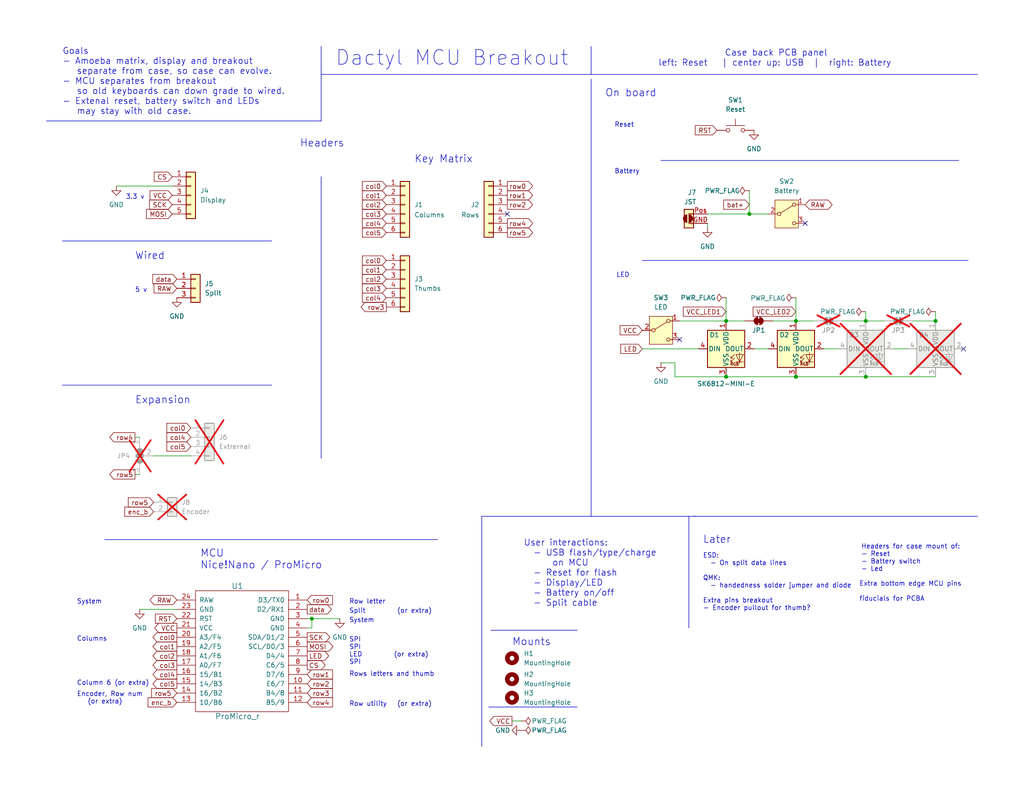
<source format=kicad_sch>
(kicad_sch (version 20231120) (generator "eeschema") (generator_version "8.0")
  (paper "USLetter")
  (title_block (title "Dactyl MCU Breakout") (date "2024-02-24") (rev "0.1.0-alpha") (comment 1 "  Headers: MCU, key matrix and display") (comment 2 "  On board: reset, battery switch and LEDs") (comment 3 "Provides:") (comment 4 "MCU breakout for Dactyl split keyboards "))
  (lib_symbols
    (symbol "Connector_Generic:Conn_01x02" (pin_names (offset 1.016) hide)
      (property "Reference" "J" (at 0 2.54 0))
      (property "Value" "Conn_01x02" (at 0 -5.08 0))
      (symbol "Conn_01x02_1_1"
        (rectangle (start -1.27 -2.413) (end 0 -2.667) (stroke (width 0.1524)))
        (rectangle (start -1.27 0.127) (end 0 -0.127) (stroke (width 0.1524)))
        (rectangle (start -1.27 1.27) (end 1.27 -3.81) (stroke (width 0.254)) (fill (type background)))
        (pin passive line (at -5.08 0 0) (length 3.81) (name "Pin_1") (number "1"))
        (pin passive line (at -5.08 -2.54 0) (length 3.81) (name "Pin_2") (number "2"))
      )
    )
    (symbol "Connector_Generic:Conn_01x03" (pin_names (offset 1.016) hide)
      (property "Reference" "J" (at 0 5.08 0))
      (property "Value" "Conn_01x03" (at 0 -5.08 0))
      (symbol "Conn_01x03_1_1"
        (rectangle (start -1.27 -2.413) (end 0 -2.667) (stroke (width 0.1524)))
        (rectangle (start -1.27 0.127) (end 0 -0.127) (stroke (width 0.1524)))
        (rectangle (start -1.27 2.667) (end 0 2.413) (stroke (width 0.1524)))
        (rectangle (start -1.27 3.81) (end 1.27 -3.81) (stroke (width 0.254)) (fill (type background)))
        (pin passive line (at -5.08 2.54 0) (length 3.81) (name "Pin_1") (number "1"))
        (pin passive line (at -5.08 0 0) (length 3.81) (name "Pin_2") (number "2"))
        (pin passive line (at -5.08 -2.54 0) (length 3.81) (name "Pin_3") (number "3"))
      )
    )
    (symbol "Connector_Generic:Conn_01x04" (pin_names (offset 1.016) hide)
      (property "Reference" "J" (at 0 5.08 0))
      (property "Value" "Conn_01x04" (at 0 -7.62 0))
      (symbol "Conn_01x04_1_1"
        (rectangle (start -1.27 -4.953) (end 0 -5.207) (stroke (width 0.1524)))
        (rectangle (start -1.27 -2.413) (end 0 -2.667) (stroke (width 0.1524)))
        (rectangle (start -1.27 0.127) (end 0 -0.127) (stroke (width 0.1524)))
        (rectangle (start -1.27 2.667) (end 0 2.413) (stroke (width 0.1524)))
        (rectangle (start -1.27 3.81) (end 1.27 -6.35) (stroke (width 0.254)) (fill (type background)))
        (pin passive line (at -5.08 2.54 0) (length 3.81) (name "Pin_1") (number "1"))
        (pin passive line (at -5.08 0 0) (length 3.81) (name "Pin_2") (number "2"))
        (pin passive line (at -5.08 -2.54 0) (length 3.81) (name "Pin_3") (number "3"))
        (pin passive line (at -5.08 -5.08 0) (length 3.81) (name "Pin_4") (number "4"))
      )
    )
    (symbol "Connector_Generic:Conn_01x05" (pin_names (offset 1.016) hide)
      (property "Reference" "J" (at 0 7.62 0))
      (property "Value" "Conn_01x05" (at 0 -7.62 0))
      (symbol "Conn_01x05_1_1"
        (rectangle (start -1.27 -4.953) (end 0 -5.207) (stroke (width 0.1524)))
        (rectangle (start -1.27 -2.413) (end 0 -2.667) (stroke (width 0.1524)))
        (rectangle (start -1.27 0.127) (end 0 -0.127) (stroke (width 0.1524)))
        (rectangle (start -1.27 2.667) (end 0 2.413) (stroke (width 0.1524)))
        (rectangle (start -1.27 5.207) (end 0 4.953) (stroke (width 0.1524)))
        (rectangle (start -1.27 6.35) (end 1.27 -6.35) (stroke (width 0.254)) (fill (type background)))
        (pin passive line (at -5.08 5.08 0) (length 3.81) (name "Pin_1") (number "1"))
        (pin passive line (at -5.08 2.54 0) (length 3.81) (name "Pin_2") (number "2"))
        (pin passive line (at -5.08 0 0) (length 3.81) (name "Pin_3") (number "3"))
        (pin passive line (at -5.08 -2.54 0) (length 3.81) (name "Pin_4") (number "4"))
        (pin passive line (at -5.08 -5.08 0) (length 3.81) (name "Pin_5") (number "5"))
      )
    )
    (symbol "Connector_Generic:Conn_01x06" (pin_names (offset 1.016) hide)
      (property "Reference" "J" (at 0 7.62 0))
      (property "Value" "Conn_01x06" (at 0 -10.16 0))
      (symbol "Conn_01x06_1_1"
        (rectangle (start -1.27 -7.493) (end 0 -7.747) (stroke (width 0.1524)))
        (rectangle (start -1.27 -4.953) (end 0 -5.207) (stroke (width 0.1524)))
        (rectangle (start -1.27 -2.413) (end 0 -2.667) (stroke (width 0.1524)))
        (rectangle (start -1.27 0.127) (end 0 -0.127) (stroke (width 0.1524)))
        (rectangle (start -1.27 2.667) (end 0 2.413) (stroke (width 0.1524)))
        (rectangle (start -1.27 5.207) (end 0 4.953) (stroke (width 0.1524)))
        (rectangle (start -1.27 6.35) (end 1.27 -8.89) (stroke (width 0.254)) (fill (type background)))
        (pin passive line (at -5.08 5.08 0) (length 3.81) (name "Pin_1") (number "1"))
        (pin passive line (at -5.08 2.54 0) (length 3.81) (name "Pin_2") (number "2"))
        (pin passive line (at -5.08 0 0) (length 3.81) (name "Pin_3") (number "3"))
        (pin passive line (at -5.08 -2.54 0) (length 3.81) (name "Pin_4") (number "4"))
        (pin passive line (at -5.08 -5.08 0) (length 3.81) (name "Pin_5") (number "5"))
        (pin passive line (at -5.08 -7.62 0) (length 3.81) (name "Pin_6") (number "6"))
      )
    )
    (symbol "Dactyl:Conn_01x02_Jump_Two_Side" (pin_names (offset 1.016) hide)
      (property "Reference" "J" (at 0 2.54 0))
      (property "Value" "Conn_01x02_Jump_Two_Side" (at 0 -5.08 0))
      (symbol "Conn_01x02_Jump_Two_Side_0_1"
        (arc (start 0 -0.254) (mid -1.0116 -1.27) (end 0 -2.286))
        (arc (start 0 -0.254) (mid -1.0116 -1.27) (end 0 -2.286) (fill (type outline)))
        (polyline (pts (xy 0 -0.254) (xy 0 -2.286)))
        (polyline (pts (xy 0.508 -0.254) (xy 0.508 -2.286)))
        (arc (start 0.508 -2.286) (mid 1.5195 -1.27) (end 0.508 -0.254))
        (arc (start 0.508 -2.286) (mid 1.5195 -1.27) (end 0.508 -0.254) (fill (type outline)))
      )
      (symbol "Conn_01x02_Jump_Two_Side_1_1"
        (rectangle (start -1.27 -2.413) (end 0 -2.667) (stroke (width 0.1524)))
        (rectangle (start -1.27 0.127) (end 0 -0.127) (stroke (width 0.1524)))
        (rectangle (start -1.27 1.27) (end 1.27 -3.81) (stroke (width 0.254)) (fill (type background)))
        (pin power_in line (at -5.08 -2.54 0) (length 3.81) (name "~") (number "GND"))
        (pin power_in line (at -5.08 0 0) (length 3.81) (name "~") (number "Pos"))
      )
    )
    (symbol "Dactyl:ProMicro_r" (pin_names (offset 1.016))
      (property "Reference" "U" (at 1.27 22.86 0))
      (property "Value" "ProMicro_r" (at 1.27 -15.24 0))
      (symbol "ProMicro_r_0_1"
        (rectangle (start 13.97 20.32) (end -11.43 -12.7))
      )
      (symbol "ProMicro_r_1_1"
        (pin bidirectional line (at 19.05 17.78 180) (length 5.08) (name "D3/TX0") (number "1"))
        (pin bidirectional line (at 19.05 -5.08 180) (length 5.08) (name "E6/7") (number "10"))
        (pin bidirectional line (at 19.05 -7.62 180) (length 5.08) (name "B4/8") (number "11"))
        (pin bidirectional line (at 19.05 -10.16 180) (length 5.08) (name "B5/9") (number "12"))
        (pin bidirectional line (at -16.51 -10.16 0) (length 5.08) (name "10/B6") (number "13"))
        (pin bidirectional line (at -16.51 -7.62 0) (length 5.08) (name "16/B2") (number "14"))
        (pin bidirectional line (at -16.51 -5.08 0) (length 5.08) (name "14/B3") (number "15"))
        (pin bidirectional line (at -16.51 -2.54 0) (length 5.08) (name "15/B1") (number "16"))
        (pin bidirectional line (at -16.51 0 0) (length 5.08) (name "A0/F7") (number "17"))
        (pin bidirectional line (at -16.51 2.54 0) (length 5.08) (name "A1/F6") (number "18"))
        (pin bidirectional line (at -16.51 5.08 0) (length 5.08) (name "A2/F5") (number "19"))
        (pin bidirectional line (at 19.05 15.24 180) (length 5.08) (name "D2/RX1") (number "2"))
        (pin bidirectional line (at -16.51 7.62 0) (length 5.08) (name "A3/F4") (number "20"))
        (pin power_in line (at -16.51 10.16 0) (length 5.08) (name "VCC") (number "21"))
        (pin input line (at -16.51 12.7 0) (length 5.08) (name "RST") (number "22"))
        (pin power_in line (at -16.51 15.24 0) (length 5.08) (name "GND") (number "23"))
        (pin power_out line (at -16.51 17.78 0) (length 5.08) (name "RAW") (number "24"))
        (pin power_in line (at 19.05 12.7 180) (length 5.08) (name "GND") (number "3"))
        (pin power_in line (at 19.05 10.16 180) (length 5.08) (name "GND") (number "4"))
        (pin bidirectional line (at 19.05 7.62 180) (length 5.08) (name "SDA/D1/2") (number "5"))
        (pin bidirectional line (at 19.05 5.08 180) (length 5.08) (name "SCL/D0/3") (number "6"))
        (pin bidirectional line (at 19.05 2.54 180) (length 5.08) (name "D4/4") (number "7"))
        (pin bidirectional line (at 19.05 0 180) (length 5.08) (name "C6/5") (number "8"))
        (pin bidirectional line (at 19.05 -2.54 180) (length 5.08) (name "D7/6") (number "9"))
      )
    )
    (symbol "Dactyl:SK6812-MINI-E" (pin_names (offset 0.254))
      (property "Reference" "D" (at 5.08 5.715 0))
      (property "Value" "SK6812-MINI-E" (at 1.27 -5.715 0))
      (symbol "SK6812-MINI-E_0_0"
        (text "RGB" (at 2.286 -4.191 0) (effects (font (size 0.762 0.762))))
      )
      (symbol "SK6812-MINI-E_0_1"
        (polyline (pts (xy 1.27 -3.556) (xy 1.778 -3.556)))
        (polyline (pts (xy 1.27 -2.54) (xy 1.778 -2.54)))
        (polyline (pts (xy 4.699 -3.556) (xy 2.667 -3.556)))
        (polyline (pts (xy 2.286 -2.54) (xy 1.27 -3.556) (xy 1.27 -3.048)))
        (polyline (pts (xy 2.286 -1.524) (xy 1.27 -2.54) (xy 1.27 -2.032)))
        (polyline (pts (xy 3.683 -1.016) (xy 3.683 -3.556) (xy 3.683 -4.064)))
        (polyline (pts (xy 4.699 -1.524) (xy 2.667 -1.524) (xy 3.683 -3.556) (xy 4.699 -1.524)))
        (rectangle (start 5.08 5.08) (end -5.08 -5.08) (stroke (width 0.254)) (fill (type background)))
      )
      (symbol "SK6812-MINI-E_1_1"
        (pin power_in line (at 0 7.62 270) (length 2.54) (name "VDD") (number "1"))
        (pin output line (at 7.62 0 180) (length 2.54) (name "DOUT") (number "2"))
        (pin power_in line (at 0 -7.62 90) (length 2.54) (name "VSS") (number "3"))
        (pin input line (at -7.62 0 0) (length 2.54) (name "DIN") (number "4"))
      )
    )
    (symbol "Jumper:SolderJumper_2_Bridged" (pin_numbers hide) (pin_names (offset 0) hide)
      (property "Reference" "JP" (at 0 2.032 0))
      (property "Value" "SolderJumper_2_Bridged" (at 0 -2.54 0))
      (symbol "SolderJumper_2_Bridged_0_1"
        (rectangle (start -0.508 0.508) (end 0.508 -0.508) (fill (type outline)))
        (arc (start -0.254 1.016) (mid -1.2656 0) (end -0.254 -1.016))
        (arc (start -0.254 1.016) (mid -1.2656 0) (end -0.254 -1.016) (fill (type outline)))
        (polyline (pts (xy -0.254 1.016) (xy -0.254 -1.016)))
        (polyline (pts (xy 0.254 1.016) (xy 0.254 -1.016)))
        (arc (start 0.254 -1.016) (mid 1.2656 0) (end 0.254 1.016))
        (arc (start 0.254 -1.016) (mid 1.2656 0) (end 0.254 1.016) (fill (type outline)))
      )
      (symbol "SolderJumper_2_Bridged_1_1"
        (pin passive line (at -3.81 0 0) (length 2.54) (name "A") (number "1"))
        (pin passive line (at 3.81 0 180) (length 2.54) (name "B") (number "2"))
      )
    )
    (symbol "Jumper:SolderJumper_3_Bridged12" (pin_names (offset 0) hide)
      (property "Reference" "JP" (at -2.54 -2.54 0))
      (property "Value" "SolderJumper_3_Bridged12" (at 0 2.794 0))
      (symbol "SolderJumper_3_Bridged12_0_1"
        (rectangle (start -1.016 0.508) (end -0.508 -0.508) (fill (type outline)))
        (arc (start -1.016 1.016) (mid -2.0276 0) (end -1.016 -1.016))
        (arc (start -1.016 1.016) (mid -2.0276 0) (end -1.016 -1.016) (fill (type outline)))
        (rectangle (start -0.508 1.016) (end 0.508 -1.016) (fill (type outline)))
        (polyline (pts (xy -2.54 0) (xy -2.032 0)))
        (polyline (pts (xy -1.016 1.016) (xy -1.016 -1.016)))
        (polyline (pts (xy 0 -1.27) (xy 0 -1.016)))
        (polyline (pts (xy 1.016 1.016) (xy 1.016 -1.016)))
        (polyline (pts (xy 2.54 0) (xy 2.032 0)))
        (arc (start 1.016 -1.016) (mid 2.0276 0) (end 1.016 1.016))
        (arc (start 1.016 -1.016) (mid 2.0276 0) (end 1.016 1.016) (fill (type outline)))
      )
      (symbol "SolderJumper_3_Bridged12_1_1"
        (pin passive line (at -5.08 0 0) (length 2.54) (name "A") (number "1"))
        (pin passive line (at 0 -3.81 90) (length 2.54) (name "C") (number "2"))
        (pin passive line (at 5.08 0 180) (length 2.54) (name "B") (number "3"))
      )
    )
    (symbol "Mechanical:MountingHole" (pin_names (offset 1.016))
      (property "Reference" "H" (at 0 5.08 0))
      (property "Value" "MountingHole" (at 0 3.175 0))
      (symbol "MountingHole_0_1"
        (circle (center 0 0) (radius 1.27) (stroke (width 1.27)))
      )
    )
    (symbol "SolderJumper_2_Bridged_1" (pin_numbers hide) (pin_names (offset 0) hide)
      (property "Reference" "JP" (at 0 2.032 0))
      (property "Value" "SolderJumper_2_Bridged" (at 0 -2.54 0))
      (symbol "SolderJumper_2_Bridged_1_0_1"
        (rectangle (start -0.508 0.508) (end 0.508 -0.508) (fill (type outline)))
        (arc (start -0.254 1.016) (mid -1.2656 0) (end -0.254 -1.016))
        (arc (start -0.254 1.016) (mid -1.2656 0) (end -0.254 -1.016) (fill (type outline)))
        (polyline (pts (xy -0.254 1.016) (xy -0.254 -1.016)))
        (polyline (pts (xy 0.254 1.016) (xy 0.254 -1.016)))
        (arc (start 0.254 -1.016) (mid 1.2656 0) (end 0.254 1.016))
        (arc (start 0.254 -1.016) (mid 1.2656 0) (end 0.254 1.016) (fill (type outline)))
      )
      (symbol "SolderJumper_2_Bridged_1_1_1"
        (pin passive line (at -3.81 0 0) (length 2.54) (name "A") (number "1"))
        (pin passive line (at 3.81 0 180) (length 2.54) (name "B") (number "2"))
      )
    )
    (symbol "SolderJumper_2_Bridged_2" (pin_numbers hide) (pin_names (offset 0) hide)
      (property "Reference" "JP" (at 0 2.032 0))
      (property "Value" "SolderJumper_2_Bridged" (at 0 -2.54 0))
      (symbol "SolderJumper_2_Bridged_2_0_1"
        (rectangle (start -0.508 0.508) (end 0.508 -0.508) (fill (type outline)))
        (arc (start -0.254 1.016) (mid -1.2656 0) (end -0.254 -1.016))
        (arc (start -0.254 1.016) (mid -1.2656 0) (end -0.254 -1.016) (fill (type outline)))
        (polyline (pts (xy -0.254 1.016) (xy -0.254 -1.016)))
        (polyline (pts (xy 0.254 1.016) (xy 0.254 -1.016)))
        (arc (start 0.254 -1.016) (mid 1.2656 0) (end 0.254 1.016))
        (arc (start 0.254 -1.016) (mid 1.2656 0) (end 0.254 1.016) (fill (type outline)))
      )
      (symbol "SolderJumper_2_Bridged_2_1_1"
        (pin passive line (at -3.81 0 0) (length 2.54) (name "A") (number "1"))
        (pin passive line (at 3.81 0 180) (length 2.54) (name "B") (number "2"))
      )
    )
    (symbol "Switch:SW_Push" (pin_numbers hide) (pin_names (offset 1.016) hide)
      (property "Reference" "SW" (at 1.27 2.54 0))
      (property "Value" "SW_Push" (at 0 -1.524 0))
      (symbol "SW_Push_0_1"
        (circle (center -2.032 0) (radius 0.508))
        (polyline (pts (xy 0 1.27) (xy 0 3.048)))
        (polyline (pts (xy 2.54 1.27) (xy -2.54 1.27)))
        (circle (center 2.032 0) (radius 0.508))
        (pin passive line (at -5.08 0 0) (length 2.54) (name "1") (number "1"))
        (pin passive line (at 5.08 0 180) (length 2.54) (name "2") (number "2"))
      )
    )
    (symbol "Switch:SW_SPDT" (pin_names (offset 0) hide)
      (property "Reference" "SW" (at 0 5.08 0))
      (property "Value" "SW_SPDT" (at 0 -5.08 0))
      (symbol "SW_SPDT_0_1"
        (circle (center -2.032 0) (radius 0.4572))
        (polyline (pts (xy -1.651 0.254) (xy 1.651 2.286)))
        (circle (center 2.032 -2.54) (radius 0.4572))
        (circle (center 2.032 2.54) (radius 0.4572))
      )
      (symbol "SW_SPDT_1_1"
        (rectangle (start -3.175 3.81) (end 3.175 -3.81) (fill (type background)))
        (pin passive line (at 5.08 2.54 180) (length 2.54) (name "A") (number "1"))
        (pin passive line (at -5.08 0 0) (length 2.54) (name "B") (number "2"))
        (pin passive line (at 5.08 -2.54 180) (length 2.54) (name "C") (number "3"))
      )
    )
    (symbol "power:GND" (power) (pin_numbers hide) (pin_names (offset 0) hide)
      (property "Value" "GND" (at 0 -3.81 0))
      (symbol "GND_0_1"
        (polyline (pts (xy 0 0) (xy 0 -1.27) (xy 1.27 -1.27) (xy 0 -2.54) (xy -1.27 -1.27) (xy 0 -1.27)))
      )
      (symbol "GND_1_1"
        (pin power_in line (at 0 0 270) (length 0) (name "~") (number "1"))
      )
    )
    (symbol "power:PWR_FLAG" (power) (pin_numbers hide) (pin_names (offset 0) hide)
      (property "Value" "PWR_FLAG" (at 0 3.81 0))
      (symbol "PWR_FLAG_0_0"
        (pin power_out line (at 0 0 90) (length 0) (name "~") (number "1"))
      )
      (symbol "PWR_FLAG_0_1"
        (polyline (pts (xy 0 0) (xy 0 1.27) (xy -1.016 1.905) (xy 0 2.54) (xy 1.016 1.905) (xy 0 1.27)))
      )
    )
  )
  (junction (at 217.17 87.63))
  (junction (at 198.12 87.63))
  (junction (at 236.22 87.63))
  (junction (at 255.27 87.63))
  (junction (at 198.12 102.87))
  (junction (at 217.17 102.87))
  (junction (at 85.09 168.91))
  (junction (at 204.47 58.42))
  (junction (at 236.22 102.87))
  (no_connect (at 219.71 60.96))
  (no_connect (at 262.89 95.25))
  (no_connect (at 185.42 92.71))
  (no_connect (at 138.43 58.42))
  (wire (pts (xy 193.04 60.96) (xy 193.04 62.23)))
  (wire (pts (xy 185.42 87.63) (xy 198.12 87.63)))
  (polyline (pts (xy 87.63 48.26) (xy 87.63 125.095)))
  (wire (pts (xy 198.12 81.28) (xy 198.12 87.63)))
  (wire (pts (xy 217.17 81.28) (xy 217.17 87.63)))
  (wire (pts (xy 248.92 87.63) (xy 255.27 87.63)))
  (polyline (pts (xy 161.29 20.32) (xy 87.63 20.32)))
  (wire (pts (xy 175.26 95.25) (xy 190.5 95.25)))
  (wire (pts (xy 36.83 129.54) (xy 38.1 129.54)))
  (wire (pts (xy 198.12 87.63) (xy 203.2 87.63)))
  (wire (pts (xy 224.79 95.25) (xy 228.6 95.25)))
  (wire (pts (xy 236.22 85.09) (xy 236.22 87.63)))
  (wire (pts (xy 210.82 87.63) (xy 217.17 87.63)))
  (wire (pts (xy 236.22 102.87) (xy 255.27 102.87)))
  (wire (pts (xy 255.27 85.09) (xy 255.27 87.63)))
  (wire (pts (xy 38.1 166.37) (xy 48.26 166.37)))
  (polyline (pts (xy 17.018 105.156) (xy 74.168 105.156)))
  (polyline (pts (xy 131.445 140.97) (xy 131.445 203.835)))
  (wire (pts (xy 236.22 87.63) (xy 241.3 87.63)))
  (polyline (pts (xy 175.26 71.12) (xy 264.16 71.12)))
  (polyline (pts (xy 266.7 20.32) (xy 161.29 20.32)))
  (wire (pts (xy 204.47 52.07) (xy 204.47 58.42)))
  (wire (pts (xy 198.12 102.87) (xy 217.17 102.87)))
  (wire (pts (xy 83.82 171.45) (xy 85.09 171.45)))
  (polyline (pts (xy 87.63 12.7) (xy 87.63 20.32)))
  (wire (pts (xy 41.91 124.46) (xy 52.07 124.46)))
  (polyline (pts (xy 131.445 140.97) (xy 189.865 140.97)))
  (polyline (pts (xy 187.96 140.97) (xy 187.96 171.45)))
  (wire (pts (xy 180.34 99.06) (xy 184.15 99.06)))
  (wire (pts (xy 83.82 168.91) (xy 85.09 168.91)))
  (wire (pts (xy 193.04 58.42) (xy 204.47 58.42)))
  (wire (pts (xy 31.75 50.8) (xy 46.99 50.8)))
  (polyline (pts (xy 189.23 140.97) (xy 266.7 140.97)))
  (polyline (pts (xy 161.29 12.7) (xy 161.29 20.32)))
  (polyline (pts (xy 28.575 147.32) (xy 119.38 147.32)))
  (polyline (pts (xy 17.018 65.786) (xy 74.168 65.786)))
  (wire (pts (xy 204.47 58.42) (xy 209.55 58.42)))
  (wire (pts (xy 217.17 102.87) (xy 236.22 102.87)))
  (polyline (pts (xy 12.7 33.02) (xy 87.63 33.02)))
  (polyline (pts (xy 161.29 21.59) (xy 161.29 140.97)))
  (wire (pts (xy 184.15 102.87) (xy 198.12 102.87)))
  (wire (pts (xy 243.84 95.25) (xy 247.65 95.25)))
  (wire (pts (xy 217.17 87.63) (xy 222.25 87.63)))
  (wire (pts (xy 229.87 87.63) (xy 236.22 87.63)))
  (polyline (pts (xy 133.985 172.085) (xy 157.48 172.085)))
  (wire (pts (xy 184.15 99.06) (xy 184.15 102.87)))
  (wire (pts (xy 85.09 168.91) (xy 85.09 171.45)))
  (wire (pts (xy 85.09 168.91) (xy 92.71 168.91)))
  (polyline (pts (xy 87.63 33.02) (xy 87.63 20.32)))
  (polyline (pts (xy 133.35 193.04) (xy 157.48 193.04)))
  (wire (pts (xy 139.7 196.85) (xy 142.24 196.85)))
  (polyline (pts (xy 180.34 43.815) (xy 261.62 43.815)))
  (wire (pts (xy 205.74 95.25) (xy 209.55 95.25)))
  (wire (pts (xy 36.83 119.38) (xy 38.1 119.38)))
  (text "User interactions:\n  - USB flash/type/charge\n      on MCU\n  - Reset for flash\n  - Display/LED\n  - Battery on/off\n  - Split cable\n" (at 142.875 165.735 0) (effects (font (size 1.7 1.7)) (justify left bottom)))
  (text "Rows letters and thumb\n\n\n\nRow utility   (or extra)" (at 95.25 193.04 0) (effects (font (size 1.27 1.27)) (justify left bottom)))
  (text "Later" (at 191.77 148.59 0) (effects (font (size 2 2)) (justify left bottom)))
  (text "Expansion" (at 36.83 110.49 0) (effects (font (size 2 2)) (justify left bottom)))
  (text "Split         (or extra)\n" (at 95.25 167.64 0) (effects (font (size 1.27 1.27)) (justify left bottom)))
  (text "\nSPI\nSPI\nLED         (or extra)\nSPI" (at 95.25 181.61 0) (effects (font (size 1.27 1.27)) (justify left bottom)))
  (text "Headers for case mount of:\n- Reset\n- Battery switch\n- Led" (at 234.95 156.21 0) (effects (font (size 1.27 1.27)) (justify left bottom)))
  (text "On board" (at 165.1 26.67 0) (effects (font (size 2 2)) (justify left bottom)))
  (text "Mounts" (at 139.7 176.53 0) (effects (font (size 2 2)) (justify left bottom)))
  (text "${TITLE}" (at 91.44 18.288 0) (effects (font (size 4 4)) (justify left bottom)))
  (text "Reset" (at 167.64 34.925 0) (effects (font (size 1.27 1.27)) (justify left bottom)))
  (text "Wired" (at 36.83 71.12 0) (effects (font (size 2 2)) (justify left bottom)))
  (text "Columns" (at 20.955 175.26 0) (effects (font (size 1.27 1.27)) (justify left bottom)))
  (text "Headers\n" (at 81.788 40.386 0) (effects (font (size 2 2)) (justify left bottom)))
  (text "5 v \n" (at 36.83 80.01 0) (effects (font (size 1.27 1.27)) (justify left bottom)))
  (text "MCU \nNice!Nano / ProMicro" (at 54.61 155.575 0) (effects (font (size 2 2)) (justify left bottom)))
  (text "Goals\n- Amoeba matrix, display and breakout  \n   separate from case, so case can evolve.\n- MCU separates from breakout \n   so old keyboards can down grade to wired.\n- Extenal reset, battery switch and LEDs \n   may stay with old case.\n" (at 17.018 31.496 0) (effects (font (size 1.7 1.7)) (justify left bottom)))
  (text "System" (at 95.25 170.18 0) (effects (font (size 1.27 1.27)) (justify left bottom)))
  (text "              Case back PCB panel\nleft: Reset   | center up: USB  |  right: Battery\n" (at 179.578 18.288 0) (effects (font (size 1.7 1.7)) (justify left bottom)))
  (text "Key Matrix" (at 113.03 44.704 0) (effects (font (size 2 2)) (justify left bottom)))
  (text "Extra bottom edge MCU pins\n\nfiducials for PCBA" (at 234.442 164.338 0) (effects (font (size 1.27 1.27)) (justify left bottom)))
  (text "Encoder, Row num \n   (or extra)" (at 20.955 192.405 0) (effects (font (size 1.27 1.27)) (justify left bottom)))
  (text "ESD: \n  - On split data lines\n\nQMK:\n  - handedness solder jumper and diode\n\nExtra pins breakout\n- Encoder pullout for thumb?\n\n" (at 191.77 168.91 0) (effects (font (size 1.27 1.27)) (justify left bottom)))
  (text "System" (at 20.955 165.1 0) (effects (font (size 1.27 1.27)) (justify left bottom)))
  (text "Battery" (at 167.64 47.625 0) (effects (font (size 1.27 1.27)) (justify left bottom)))
  (text "Column 6 (or extra)" (at 20.955 187.325 0) (effects (font (size 1.27 1.27)) (justify left bottom)))
  (text "Row letter" (at 95.25 165.1 0) (effects (font (size 1.27 1.27)) (justify left bottom)))
  (text "LED" (at 168.148 75.946 0) (effects (font (size 1.27 1.27)) (justify left bottom)))
  (text "3.3 v \n" (at 34.29 54.61 0) (effects (font (size 1.27 1.27)) (justify left bottom)))
  (global_label "row3" (shape input) (at 83.82 189.23 0) (property "Intersheetrefs" "${INTERSHEET_REFS}" (effects (hide yes))))
  (global_label "col1" (shape input) (at 105.41 73.66 180) (property "Intersheetrefs" "${INTERSHEET_REFS}" (effects (hide yes))))
  (global_label "col3" (shape input) (at 105.41 78.74 180) (property "Intersheetrefs" "${INTERSHEET_REFS}" (effects (hide yes))))
  (global_label "col3" (shape output) (at 48.26 181.61 180) (property "Intersheetrefs" "${INTERSHEET_REFS}" (effects (hide yes))))
  (global_label "MOSI" (shape input) (at 46.99 58.42 180) (property "Intersheetrefs" "${INTERSHEET_REFS}" (effects (hide yes))))
  (global_label "LED" (shape output) (at 83.82 179.07 0) (property "Intersheetrefs" "${INTERSHEET_REFS}" (effects (hide yes))))
  (global_label "row5" (shape output) (at 138.43 63.5 0) (property "Intersheetrefs" "${INTERSHEET_REFS}" (effects (hide yes))))
  (global_label "VCC_LED1" (shape input) (at 198.12 85.09 180) (property "Intersheetrefs" "${INTERSHEET_REFS}" (effects (hide yes))))
  (global_label "row2" (shape input) (at 83.82 186.69 0) (property "Intersheetrefs" "${INTERSHEET_REFS}" (effects (hide yes))))
  (global_label "col0" (shape input) (at 105.41 71.12 180) (property "Intersheetrefs" "${INTERSHEET_REFS}" (effects (hide yes))))
  (global_label "RST" (shape input) (at 195.58 35.56 180) (property "Intersheetrefs" "${INTERSHEET_REFS}" (effects (hide yes))))
  (global_label "col4" (shape output) (at 48.26 184.15 180) (property "Intersheetrefs" "${INTERSHEET_REFS}" (effects (hide yes))))
  (global_label "col3" (shape input) (at 105.41 58.42 180) (property "Intersheetrefs" "${INTERSHEET_REFS}" (effects (hide yes))))
  (global_label "row1" (shape output) (at 138.43 53.34 0) (property "Intersheetrefs" "${INTERSHEET_REFS}" (effects (hide yes))))
  (global_label "col2" (shape input) (at 105.41 55.88 180) (property "Intersheetrefs" "${INTERSHEET_REFS}" (effects (hide yes))))
  (global_label "col5" (shape output) (at 48.26 186.69 180) (property "Intersheetrefs" "${INTERSHEET_REFS}" (effects (hide yes))))
  (global_label "SCK" (shape output) (at 83.82 173.99 0) (property "Intersheetrefs" "${INTERSHEET_REFS}" (effects (hide yes))))
  (global_label "RAW" (shape input) (at 48.26 78.74 180) (property "Intersheetrefs" "${INTERSHEET_REFS}" (effects (hide yes))))
  (global_label "row4" (shape output) (at 36.83 119.38 180) (property "Intersheetrefs" "${INTERSHEET_REFS}" (effects (hide yes))))
  (global_label "SCK" (shape input) (at 46.99 55.88 180) (property "Intersheetrefs" "${INTERSHEET_REFS}" (effects (hide yes))))
  (global_label "VCC" (shape input) (at 46.99 53.34 180) (property "Intersheetrefs" "${INTERSHEET_REFS}" (effects (hide yes))))
  (global_label "row1" (shape input) (at 83.82 184.15 0) (property "Intersheetrefs" "${INTERSHEET_REFS}" (effects (hide yes))))
  (global_label "col0" (shape output) (at 48.26 173.99 180) (property "Intersheetrefs" "${INTERSHEET_REFS}" (effects (hide yes))))
  (global_label "col4" (shape input) (at 105.41 60.96 180) (property "Intersheetrefs" "${INTERSHEET_REFS}" (effects (hide yes))))
  (global_label "VCC" (shape output) (at 139.7 196.85 180) (property "Intersheetrefs" "${INTERSHEET_REFS}" (effects (hide yes))))
  (global_label "col5" (shape input) (at 52.07 121.92 180) (property "Intersheetrefs" "${INTERSHEET_REFS}" (effects (hide yes))))
  (global_label "row4" (shape output) (at 138.43 60.96 0) (property "Intersheetrefs" "${INTERSHEET_REFS}" (effects (hide yes))))
  (global_label "col2" (shape input) (at 105.41 76.2 180) (property "Intersheetrefs" "${INTERSHEET_REFS}" (effects (hide yes))))
  (global_label "bat+" (shape input) (at 204.47 55.88 180) (property "Intersheetrefs" "${INTERSHEET_REFS}" (effects (hide yes))))
  (global_label "RST" (shape input) (at 48.26 168.91 180) (property "Intersheetrefs" "${INTERSHEET_REFS}" (effects (hide yes))))
  (global_label "col0" (shape input) (at 105.41 50.8 180) (property "Intersheetrefs" "${INTERSHEET_REFS}" (effects (hide yes))))
  (global_label "col1" (shape output) (at 48.26 176.53 180) (property "Intersheetrefs" "${INTERSHEET_REFS}" (effects (hide yes))))
  (global_label "data" (shape input) (at 48.26 76.2 180) (property "Intersheetrefs" "${INTERSHEET_REFS}" (effects (hide yes))))
  (global_label "col1" (shape input) (at 105.41 53.34 180) (property "Intersheetrefs" "${INTERSHEET_REFS}" (effects (hide yes))))
  (global_label "CS" (shape output) (at 83.82 181.61 0) (property "Intersheetrefs" "${INTERSHEET_REFS}" (effects (hide yes))))
  (global_label "row3" (shape output) (at 105.41 83.82 180) (property "Intersheetrefs" "${INTERSHEET_REFS}" (effects (hide yes))))
  (global_label "RAW" (shape bidirectional) (at 219.71 55.88 0) (property "Intersheetrefs" "${INTERSHEET_REFS}" (effects (hide yes))))
  (global_label "row5" (shape input) (at 41.91 137.16 180) (property "Intersheetrefs" "${INTERSHEET_REFS}" (effects (hide yes))))
  (global_label "row5" (shape output) (at 36.83 129.54 180) (property "Intersheetrefs" "${INTERSHEET_REFS}" (effects (hide yes))))
  (global_label "enc_b" (shape input) (at 41.91 139.7 180) (property "Intersheetrefs" "${INTERSHEET_REFS}" (effects (hide yes))))
  (global_label "CS" (shape input) (at 46.99 48.26 180) (property "Intersheetrefs" "${INTERSHEET_REFS}" (effects (hide yes))))
  (global_label "col5" (shape input) (at 105.41 63.5 180) (property "Intersheetrefs" "${INTERSHEET_REFS}" (effects (hide yes))))
  (global_label "VCC_LED2" (shape input) (at 217.17 85.09 180) (property "Intersheetrefs" "${INTERSHEET_REFS}" (effects (hide yes))))
  (global_label "data" (shape output) (at 83.82 166.37 0) (property "Intersheetrefs" "${INTERSHEET_REFS}" (effects (hide yes))))
  (global_label "row0" (shape output) (at 138.43 50.8 0) (property "Intersheetrefs" "${INTERSHEET_REFS}" (effects (hide yes))))
  (global_label "col4" (shape input) (at 52.07 119.38 180) (property "Intersheetrefs" "${INTERSHEET_REFS}" (effects (hide yes))))
  (global_label "RAW" (shape bidirectional) (at 48.26 163.83 180) (property "Intersheetrefs" "${INTERSHEET_REFS}" (effects (hide yes))))
  (global_label "MOSI" (shape output) (at 83.82 176.53 0) (property "Intersheetrefs" "${INTERSHEET_REFS}" (effects (hide yes))))
  (global_label "row2" (shape output) (at 138.43 55.88 0) (property "Intersheetrefs" "${INTERSHEET_REFS}" (effects (hide yes))))
  (global_label "VCC" (shape input) (at 175.26 90.17 180) (property "Intersheetrefs" "${INTERSHEET_REFS}" (effects (hide yes))))
  (global_label "LED" (shape input) (at 175.26 95.25 180) (property "Intersheetrefs" "${INTERSHEET_REFS}" (effects (hide yes))))
  (global_label "col0" (shape input) (at 52.07 116.84 180) (property "Intersheetrefs" "${INTERSHEET_REFS}" (effects (hide yes))))
  (global_label "row0" (shape input) (at 83.82 163.83 0) (property "Intersheetrefs" "${INTERSHEET_REFS}" (effects (hide yes))))
  (global_label "enc_b" (shape input) (at 48.26 191.77 180) (property "Intersheetrefs" "${INTERSHEET_REFS}" (effects (hide yes))))
  (global_label "col4" (shape input) (at 105.41 81.28 180) (property "Intersheetrefs" "${INTERSHEET_REFS}" (effects (hide yes))))
  (global_label "VCC" (shape output) (at 48.26 171.45 180) (property "Intersheetrefs" "${INTERSHEET_REFS}" (effects (hide yes))))
  (global_label "row5" (shape input) (at 48.26 189.23 180) (property "Intersheetrefs" "${INTERSHEET_REFS}" (effects (hide yes))))
  (global_label "col2" (shape output) (at 48.26 179.07 180) (property "Intersheetrefs" "${INTERSHEET_REFS}" (effects (hide yes))))
  (global_label "row4" (shape input) (at 83.82 191.77 0) (property "Intersheetrefs" "${INTERSHEET_REFS}" (effects (hide yes))))
  (symbol (lib_id "power:PWR_FLAG") (at 255.27 85.09 90) (unit 1)
    (property "Reference" "#FLG06" (effects (hide yes)))
    (property "Value" "PWR_FLAG" (at 247.65 85.09 90))
    (property "Description" "Special symbol for telling ERC where power comes from" (effects (hide yes)))
  )
  (symbol (lib_id "power:GND") (at 180.34 99.06 0) (unit 1)
    (property "Reference" "#PWR03" (effects (hide yes)))
    (property "Value" "GND" (at 180.34 104.14 0))
    (property "Description" "Power symbol creates a global label with name \"GND\" , ground" (effects (hide yes)))
  )
  (symbol (lib_name "SolderJumper_2_Bridged_1") (lib_id "Jumper:SolderJumper_2_Bridged") (at 207.01 87.63 0) (unit 1)
    (property "Reference" "JP1" (at 207.01 90.17 0))
    (property "Value" "LED2 cutoff" (effects (hide yes)))
    (property "Footprint" "Jumper:SolderJumper-2_P1.3mm_Bridged_RoundedPad1.0x1.5mm" (effects (hide yes)))
  )
  (symbol (lib_id "Dactyl:ProMicro_r") (at 64.77 181.61 0) (unit 1)
    (property "Reference" "U1" (at 64.77 160.02 0) (effects (font (size 1.524 1.524))))
    (property "Value" "ProMicro_r" (at 64.77 195.58 0) (effects (font (size 1.524 1.524))))
    (property "Footprint" "Dactyl:ProMicro_v2" (effects (hide yes)))
  )
  (symbol (lib_id "Dactyl:SK6812-MINI-E") (at 255.27 95.25 0) (unit 1) (on_board no) (dnp yes)
    (property "Reference" "D4" (at 252.095 91.44 0))
    (property "Value" "SK6812-MINI-E" (effects (hide yes)))
    (property "Footprint" "Dactyl:SK6812-MINI-E-Dog2" (effects (hide yes)))
    (property "Datasheet" "https://cdn-shop.adafruit.com/datasheets/WS2812B.pdf" (effects (hide yes)))
    (property "Description" "RGB LED with integrated controller" (effects (hide yes)))
  )
  (symbol (lib_id "Jumper:SolderJumper_3_Bridged12") (at 38.1 124.46 90) (mirror x) (unit 1) (on_board no) (dnp yes)
    (property "Reference" "JP4" (at 35.56 124.46 90) (effects (justify left)))
    (property "Value" "External Row Select" (effects (hide yes)))
    (property "Footprint" "Jumper:SolderJumper-3_P1.3mm_Bridged12_RoundedPad1.0x1.5mm" (effects (hide yes)))
  )
  (symbol (lib_id "power:GND") (at 193.04 62.23 0) (unit 1)
    (property "Reference" "#PWR07" (effects (hide yes)))
    (property "Value" "GND" (at 193.04 67.31 0))
    (property "Description" "Power symbol creates a global label with name \"GND\" , ground" (effects (hide yes)))
  )
  (symbol (lib_id "Connector_Generic:Conn_01x02") (at 46.99 137.16 0) (unit 1) (on_board no) (dnp yes)
    (property "Reference" "J8" (at 49.53 137.1599 0) (effects (justify left)))
    (property "Value" "Encoder" (at 49.53 139.6999 0) (effects (justify left)))
    (property "Footprint" "Connector_PinHeader_2.54mm:PinHeader_1x02_P2.54mm_Vertical" (effects (hide yes)))
  )
  (symbol (lib_id "Switch:SW_SPDT") (at 214.63 58.42 0) (unit 1)
    (property "Reference" "SW2" (at 214.63 49.53 0))
    (property "Value" "Battery" (at 214.63 52.07 0))
    (property "Footprint" "Dactyl:SW_SPDT_JS202011AQN_wider" (effects (hide yes)))
  )
  (symbol (lib_id "Dactyl:Conn_01x02_Jump_Two_Side") (at 187.96 58.42 0) (mirror y) (unit 1)
    (property "Reference" "J7" (at 189.992 52.578 0) (effects (justify left)))
    (property "Value" "JST" (at 189.992 55.118 0) (effects (justify left)))
    (property "Footprint" "Dactyl:JST_PH_S2B-PH-K_1x02_P2.00mm_Horizontal" (effects (hide yes)))
    (property "Description" "Generic connector, single row, 01x02, script generated (kicad-library-utils/schlib/autogen/connector/)" (effects (hide yes)))
  )
  (symbol (lib_id "power:PWR_FLAG") (at 236.22 85.09 90) (unit 1)
    (property "Reference" "#FLG05" (effects (hide yes)))
    (property "Value" "PWR_FLAG" (at 228.6 85.09 90))
    (property "Description" "Special symbol for telling ERC where power comes from" (effects (hide yes)))
  )
  (symbol (lib_id "power:PWR_FLAG") (at 204.47 52.07 90) (unit 1)
    (property "Reference" "#FLG07" (effects (hide yes)))
    (property "Value" "PWR_FLAG" (at 197.104 52.07 90))
    (property "Description" "Special symbol for telling ERC where power comes from" (effects (hide yes)))
  )
  (symbol (lib_id "power:PWR_FLAG") (at 217.17 81.28 90) (unit 1)
    (property "Reference" "#FLG04" (effects (hide yes)))
    (property "Value" "PWR_FLAG" (at 209.55 81.407 90))
    (property "Description" "Special symbol for telling ERC where power comes from" (effects (hide yes)))
  )
  (symbol (lib_id "Connector_Generic:Conn_01x03") (at 53.34 78.74 0) (unit 1)
    (property "Reference" "J5" (at 55.88 77.4699 0) (effects (justify left)))
    (property "Value" "Split" (at 55.88 80.0099 0) (effects (justify left)))
    (property "Footprint" "Connector_PinHeader_2.54mm:PinHeader_1x03_P2.54mm_Vertical" (effects (hide yes)))
  )
  (symbol (lib_id "power:GND") (at 31.75 50.8 0) (unit 1)
    (property "Reference" "#PWR05" (effects (hide yes)))
    (property "Value" "GND" (at 31.75 55.88 0))
    (property "Description" "Power symbol creates a global label with name \"GND\" , ground" (effects (hide yes)))
  )
  (symbol (lib_id "power:GND") (at 48.26 81.28 0) (unit 1)
    (property "Reference" "#PWR06" (effects (hide yes)))
    (property "Value" "GND" (at 48.26 86.36 0))
    (property "Description" "Power symbol creates a global label with name \"GND\" , ground" (effects (hide yes)))
  )
  (symbol (lib_id "Connector_Generic:Conn_01x04") (at 57.15 119.38 0) (unit 1) (on_board no) (dnp yes)
    (property "Reference" "J6" (at 59.69 119.3799 0) (effects (justify left)))
    (property "Value" "Extrernal" (at 59.69 121.9199 0) (effects (justify left)))
    (property "Footprint" "Connector_PinHeader_2.54mm:PinHeader_1x04_P2.54mm_Vertical" (effects (hide yes)))
  )
  (symbol (lib_id "Switch:SW_SPDT") (at 180.34 90.17 0) (unit 1)
    (property "Reference" "SW3" (at 180.34 81.28 0))
    (property "Value" "LED" (at 180.34 83.82 0))
    (property "Footprint" "Dactyl:SW_SPDT_JS202011AQN_wider" (effects (hide yes)))
  )
  (symbol (lib_id "Connector_Generic:Conn_01x06") (at 133.35 55.88 0) (mirror y) (unit 1)
    (property "Reference" "J2" (at 130.81 55.88 0) (effects (justify left)))
    (property "Value" "Rows" (at 130.81 58.674 0) (effects (justify left)))
    (property "Footprint" "Connector_PinHeader_2.54mm:PinHeader_1x06_P2.54mm_Vertical" (effects (hide yes)))
  )
  (symbol (lib_id "power:GND") (at 205.74 35.56 0) (unit 1)
    (property "Reference" "#PWR04" (effects (hide yes)))
    (property "Value" "GND" (at 205.74 40.64 0))
    (property "Description" "Power symbol creates a global label with name \"GND\" , ground" (effects (hide yes)))
  )
  (symbol (lib_id "Switch:SW_Push") (at 200.66 35.56 0) (unit 1)
    (property "Reference" "SW1" (at 200.66 27.305 0))
    (property "Value" "Reset" (at 200.66 29.845 0))
    (property "Footprint" "Dactyl:SW_Tactile_SKHL_Angled" (effects (hide yes)))
  )
  (symbol (lib_id "Dactyl:SK6812-MINI-E") (at 217.17 95.25 0) (unit 1)
    (property "Reference" "D2" (at 213.995 91.44 0))
    (property "Value" "SK6812-MINI-E" (effects (hide yes)))
    (property "Footprint" "Dactyl:SK6812-MINI-E-Dog2" (effects (hide yes)))
    (property "Datasheet" "https://cdn-shop.adafruit.com/datasheets/WS2812B.pdf" (effects (hide yes)))
    (property "Description" "RGB LED with integrated controller" (effects (hide yes)))
  )
  (symbol (lib_name "SolderJumper_2_Bridged_2") (lib_id "Jumper:SolderJumper_2_Bridged") (at 226.06 87.63 0) (unit 1) (on_board no) (dnp yes)
    (property "Reference" "JP2" (at 226.06 90.17 0))
    (property "Value" "LED3 cutoff" (effects (hide yes)))
    (property "Footprint" "Jumper:SolderJumper-2_P1.3mm_Bridged_RoundedPad1.0x1.5mm" (effects (hide yes)))
  )
  (symbol (lib_id "Connector_Generic:Conn_01x06") (at 110.49 76.2 0) (unit 1)
    (property "Reference" "J3" (at 113.03 76.2 0) (effects (justify left)))
    (property "Value" "Thumbs" (at 113.03 78.74 0) (effects (justify left)))
    (property "Footprint" "Connector_PinHeader_2.54mm:PinHeader_1x06_P2.54mm_Vertical" (effects (hide yes)))
  )
  (symbol (lib_id "power:PWR_FLAG") (at 142.24 196.85 270) (unit 1)
    (property "Reference" "#FLG01" (effects (hide yes)))
    (property "Value" "PWR_FLAG" (at 149.86 196.85 90))
    (property "Description" "Special symbol for telling ERC where power comes from" (effects (hide yes)))
  )
  (symbol (lib_id "power:GND") (at 38.1 166.37 0) (unit 1)
    (property "Reference" "#PWR01" (effects (hide yes)))
    (property "Value" "GND" (at 38.1 171.45 0))
    (property "Description" "Power symbol creates a global label with name \"GND\" , ground" (effects (hide yes)))
  )
  (symbol (lib_id "Mechanical:MountingHole") (at 139.7 185.42 0) (unit 1)
    (property "Reference" "H2" (at 142.875 184.15 0) (effects (justify left)))
    (property "Value" "MountingHole" (at 142.875 186.69 0) (effects (justify left)))
    (property "Footprint" "MountingHole:MountingHole_3.2mm_M3_DIN965_Pad" (effects (hide yes)))
  )
  (symbol (lib_id "Connector_Generic:Conn_01x05") (at 52.07 53.34 0) (unit 1)
    (property "Reference" "J4" (at 54.61 52.0699 0) (effects (justify left)))
    (property "Value" "Display" (at 54.61 54.6099 0) (effects (justify left)))
    (property "Footprint" "Connector_PinHeader_2.54mm:PinHeader_1x05_P2.54mm_Vertical" (effects (hide yes)))
  )
  (symbol (lib_id "power:GND") (at 142.24 199.39 270) (unit 1)
    (property "Reference" "#PWR08" (effects (hide yes)))
    (property "Value" "GND" (at 137.16 199.39 90))
    (property "Description" "Power symbol creates a global label with name \"GND\" , ground" (effects (hide yes)))
  )
  (symbol (lib_id "power:PWR_FLAG") (at 142.24 199.39 270) (unit 1)
    (property "Reference" "#FLG02" (effects (hide yes)))
    (property "Value" "PWR_FLAG" (at 149.86 199.39 90))
    (property "Description" "Special symbol for telling ERC where power comes from" (effects (hide yes)))
  )
  (symbol (lib_id "Mechanical:MountingHole") (at 139.7 179.705 0) (unit 1)
    (property "Reference" "H1" (at 142.875 178.435 0) (effects (justify left)))
    (property "Value" "MountingHole" (at 142.875 180.975 0) (effects (justify left)))
    (property "Footprint" "MountingHole:MountingHole_3.2mm_M3_DIN965_Pad" (effects (hide yes)))
  )
  (symbol (lib_id "power:GND") (at 92.71 168.91 0) (unit 1)
    (property "Reference" "#PWR02" (effects (hide yes)))
    (property "Value" "GND" (at 92.71 173.99 0))
    (property "Description" "Power symbol creates a global label with name \"GND\" , ground" (effects (hide yes)))
  )
  (symbol (lib_id "Dactyl:SK6812-MINI-E") (at 198.12 95.25 0) (unit 1)
    (property "Reference" "D1" (at 194.945 91.44 0))
    (property "Value" "SK6812-MINI-E" (at 198.12 104.775 0))
    (property "Footprint" "Dactyl:SK6812-MINI-E-Dog2" (effects (hide yes)))
    (property "Datasheet" "https://cdn-shop.adafruit.com/datasheets/WS2812B.pdf" (effects (hide yes)))
    (property "Description" "RGB LED with integrated controller" (effects (hide yes)))
  )
  (symbol (lib_id "Mechanical:MountingHole") (at 139.7 190.5 0) (unit 1)
    (property "Reference" "H3" (at 142.875 189.23 0) (effects (justify left)))
    (property "Value" "MountingHole" (at 142.875 191.77 0) (effects (justify left)))
    (property "Footprint" "Dactyl:ToolingHole_1.152mm" (effects (hide yes)))
  )
  (symbol (lib_id "power:PWR_FLAG") (at 198.12 81.28 90) (unit 1)
    (property "Reference" "#FLG03" (effects (hide yes)))
    (property "Value" "PWR_FLAG" (at 190.5 81.28 90))
    (property "Description" "Special symbol for telling ERC where power comes from" (effects (hide yes)))
  )
  (symbol (lib_id "Jumper:SolderJumper_2_Bridged") (at 245.11 87.63 0) (unit 1) (on_board no) (dnp yes)
    (property "Reference" "JP3" (at 245.11 90.17 0))
    (property "Value" "LED4 cutoff" (effects (hide yes)))
    (property "Footprint" "Jumper:SolderJumper-2_P1.3mm_Bridged_RoundedPad1.0x1.5mm" (effects (hide yes)))
  )
  (symbol (lib_id "Dactyl:SK6812-MINI-E") (at 236.22 95.25 0) (unit 1) (on_board no) (dnp yes)
    (property "Reference" "D3" (at 233.045 91.44 0))
    (property "Value" "SK6812-MINI-E" (effects (hide yes)))
    (property "Footprint" "Dactyl:SK6812-MINI-E-Dog2" (effects (hide yes)))
    (property "Datasheet" "https://cdn-shop.adafruit.com/datasheets/WS2812B.pdf" (effects (hide yes)))
    (property "Description" "RGB LED with integrated controller" (effects (hide yes)))
  )
  (symbol (lib_id "Connector_Generic:Conn_01x06") (at 110.49 55.88 0) (unit 1)
    (property "Reference" "J1" (at 113.03 55.88 0) (effects (justify left)))
    (property "Value" "Columns" (at 113.03 58.674 0) (effects (justify left)))
    (property "Footprint" "Connector_PinHeader_2.54mm:PinHeader_1x06_P2.54mm_Vertical" (effects (hide yes)))
  )
)
</source>
